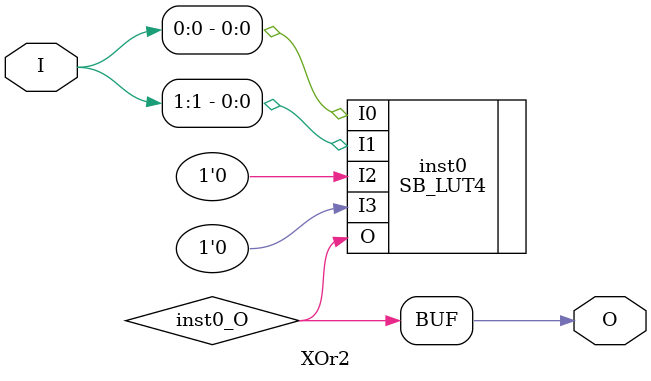
<source format=v>
module XOr2 (input [1:0] I, output  O);
wire  inst0_O;
SB_LUT4 #(.LUT_INIT(16'h6666)) inst0 (.I0(I[0]), .I1(I[1]), .I2(1'b0), .I3(1'b0), .O(inst0_O));
assign O = inst0_O;
endmodule


</source>
